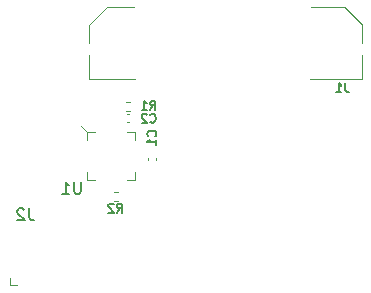
<source format=gbr>
%TF.GenerationSoftware,KiCad,Pcbnew,(6.0.7)*%
%TF.CreationDate,2022-08-04T11:05:02-07:00*%
%TF.ProjectId,SZG-TEMPLATE-TXR,535a472d-5445-44d5-904c-4154452d5458,A*%
%TF.SameCoordinates,Original*%
%TF.FileFunction,Legend,Bot*%
%TF.FilePolarity,Positive*%
%FSLAX46Y46*%
G04 Gerber Fmt 4.6, Leading zero omitted, Abs format (unit mm)*
G04 Created by KiCad (PCBNEW (6.0.7)) date 2022-08-04 11:05:02*
%MOMM*%
%LPD*%
G01*
G04 APERTURE LIST*
%ADD10C,0.120000*%
%ADD11C,0.150000*%
%ADD12C,0.190500*%
G04 APERTURE END LIST*
D10*
X152500000Y-62750000D02*
X153950000Y-64200000D01*
D11*
%TO.C,J2*%
X125783333Y-79802380D02*
X125783333Y-80516666D01*
X125830952Y-80659523D01*
X125926190Y-80754761D01*
X126069047Y-80802380D01*
X126164285Y-80802380D01*
X125354761Y-79897619D02*
X125307142Y-79850000D01*
X125211904Y-79802380D01*
X124973809Y-79802380D01*
X124878571Y-79850000D01*
X124830952Y-79897619D01*
X124783333Y-79992857D01*
X124783333Y-80088095D01*
X124830952Y-80230952D01*
X125402380Y-80802380D01*
X124783333Y-80802380D01*
D12*
%TO.C,C1*%
X136472142Y-73673000D02*
X136508428Y-73636714D01*
X136544714Y-73527857D01*
X136544714Y-73455285D01*
X136508428Y-73346428D01*
X136435857Y-73273857D01*
X136363285Y-73237571D01*
X136218142Y-73201285D01*
X136109285Y-73201285D01*
X135964142Y-73237571D01*
X135891571Y-73273857D01*
X135819000Y-73346428D01*
X135782714Y-73455285D01*
X135782714Y-73527857D01*
X135819000Y-73636714D01*
X135855285Y-73673000D01*
X136544714Y-74398714D02*
X136544714Y-73963285D01*
X136544714Y-74181000D02*
X135782714Y-74181000D01*
X135891571Y-74108428D01*
X135964142Y-74035857D01*
X136000428Y-73963285D01*
%TO.C,R2*%
X133227000Y-80144714D02*
X133481000Y-79781857D01*
X133662428Y-80144714D02*
X133662428Y-79382714D01*
X133372142Y-79382714D01*
X133299571Y-79419000D01*
X133263285Y-79455285D01*
X133227000Y-79527857D01*
X133227000Y-79636714D01*
X133263285Y-79709285D01*
X133299571Y-79745571D01*
X133372142Y-79781857D01*
X133662428Y-79781857D01*
X132936714Y-79455285D02*
X132900428Y-79419000D01*
X132827857Y-79382714D01*
X132646428Y-79382714D01*
X132573857Y-79419000D01*
X132537571Y-79455285D01*
X132501285Y-79527857D01*
X132501285Y-79600428D01*
X132537571Y-79709285D01*
X132973000Y-80144714D01*
X132501285Y-80144714D01*
%TO.C,R1*%
X136027000Y-71444714D02*
X136281000Y-71081857D01*
X136462428Y-71444714D02*
X136462428Y-70682714D01*
X136172142Y-70682714D01*
X136099571Y-70719000D01*
X136063285Y-70755285D01*
X136027000Y-70827857D01*
X136027000Y-70936714D01*
X136063285Y-71009285D01*
X136099571Y-71045571D01*
X136172142Y-71081857D01*
X136462428Y-71081857D01*
X135301285Y-71444714D02*
X135736714Y-71444714D01*
X135519000Y-71444714D02*
X135519000Y-70682714D01*
X135591571Y-70791571D01*
X135664142Y-70864142D01*
X135736714Y-70900428D01*
D11*
%TO.C,U1*%
X130161904Y-77552380D02*
X130161904Y-78361904D01*
X130114285Y-78457142D01*
X130066666Y-78504761D01*
X129971428Y-78552380D01*
X129780952Y-78552380D01*
X129685714Y-78504761D01*
X129638095Y-78457142D01*
X129590476Y-78361904D01*
X129590476Y-77552380D01*
X128590476Y-78552380D02*
X129161904Y-78552380D01*
X128876190Y-78552380D02*
X128876190Y-77552380D01*
X128971428Y-77695238D01*
X129066666Y-77790476D01*
X129161904Y-77838095D01*
D12*
%TO.C,C2*%
X136027000Y-72472142D02*
X136063285Y-72508428D01*
X136172142Y-72544714D01*
X136244714Y-72544714D01*
X136353571Y-72508428D01*
X136426142Y-72435857D01*
X136462428Y-72363285D01*
X136498714Y-72218142D01*
X136498714Y-72109285D01*
X136462428Y-71964142D01*
X136426142Y-71891571D01*
X136353571Y-71819000D01*
X136244714Y-71782714D01*
X136172142Y-71782714D01*
X136063285Y-71819000D01*
X136027000Y-71855285D01*
X135736714Y-71855285D02*
X135700428Y-71819000D01*
X135627857Y-71782714D01*
X135446428Y-71782714D01*
X135373857Y-71819000D01*
X135337571Y-71855285D01*
X135301285Y-71927857D01*
X135301285Y-72000428D01*
X135337571Y-72109285D01*
X135773000Y-72544714D01*
X135301285Y-72544714D01*
%TO.C,J1*%
X152554320Y-69192714D02*
X152554320Y-69737000D01*
X152590605Y-69845857D01*
X152663177Y-69918428D01*
X152772034Y-69954714D01*
X152844605Y-69954714D01*
X151792320Y-69954714D02*
X152227748Y-69954714D01*
X152010034Y-69954714D02*
X152010034Y-69192714D01*
X152082605Y-69301571D01*
X152155177Y-69374142D01*
X152227748Y-69410428D01*
D10*
%TO.C,J2*%
X124130000Y-85670000D02*
X124130000Y-86305000D01*
X124130000Y-86305000D02*
X124765000Y-86305000D01*
%TO.C,C1*%
X136566800Y-75722636D02*
X136566800Y-75506964D01*
X135846800Y-75722636D02*
X135846800Y-75506964D01*
%TO.C,R2*%
X133287041Y-79169800D02*
X132979759Y-79169800D01*
X133287041Y-78409800D02*
X132979759Y-78409800D01*
%TO.C,R1*%
X134328441Y-70789800D02*
X134021159Y-70789800D01*
X134328441Y-71549800D02*
X134021159Y-71549800D01*
%TO.C,U1*%
X130151600Y-72810800D02*
X130651600Y-73310800D01*
X134751600Y-77410800D02*
X134051600Y-77410800D01*
X130651600Y-77410800D02*
X130651600Y-76710800D01*
X130651600Y-73310800D02*
X131351600Y-73310800D01*
X134751600Y-77410800D02*
X134751600Y-76710800D01*
X130651600Y-77410800D02*
X131351600Y-77410800D01*
X130651600Y-73310800D02*
X130651600Y-74010800D01*
X134751600Y-73310800D02*
X134751600Y-74010800D01*
X134751600Y-73310800D02*
X134051600Y-73310800D01*
%TO.C,C2*%
X134066964Y-72495000D02*
X134282636Y-72495000D01*
X134066964Y-71775000D02*
X134282636Y-71775000D01*
%TO.C,J1*%
X153950320Y-67842000D02*
X153950320Y-68858000D01*
X153950320Y-68858000D02*
X149600320Y-68858000D01*
X130850320Y-68858000D02*
X134729520Y-68858000D01*
X130850320Y-67842000D02*
X130850320Y-68858000D01*
X132341920Y-62762000D02*
X130850320Y-64260000D01*
X153950320Y-64260000D02*
X153950320Y-65810000D01*
X134704120Y-62762000D02*
X132341920Y-62762000D01*
X153950320Y-66826000D02*
X153950320Y-67842000D01*
X130850320Y-66826000D02*
X130850320Y-67842000D01*
X130850320Y-64260000D02*
X130850320Y-65810000D01*
X149613920Y-62762000D02*
X152433320Y-62762000D01*
X152433320Y-62762000D02*
X153950320Y-64260000D01*
%TD*%
M02*

</source>
